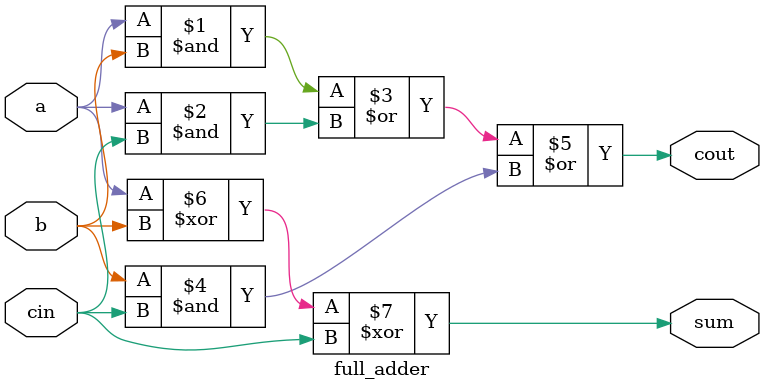
<source format=v>
module top_module(
    input [2:0] a, b,
    input cin,
    output [2:0] cout,
    output [2:0] sum );
    generate
        genvar i;
        full_adder add0( .a(a[0]), .b(b[0]), .cin(cin), .cout(cout[0]), .sum(sum[0]) );
        for (i = 1; i <= 2 ; i = i + 1) begin : full_adder
            full_adder addi( .a(a[i]), .b(b[i]), .cin(cout[i - 1]), .cout(cout[i]), .sum(sum[i]));
        end
    endgenerate
endmodule

module full_adder(
    input a, b, cin,
    output cout, sum );
    assign cout = a & b | a & cin | b & cin;
    assign sum = a ^ b ^ cin;
endmodule

</source>
